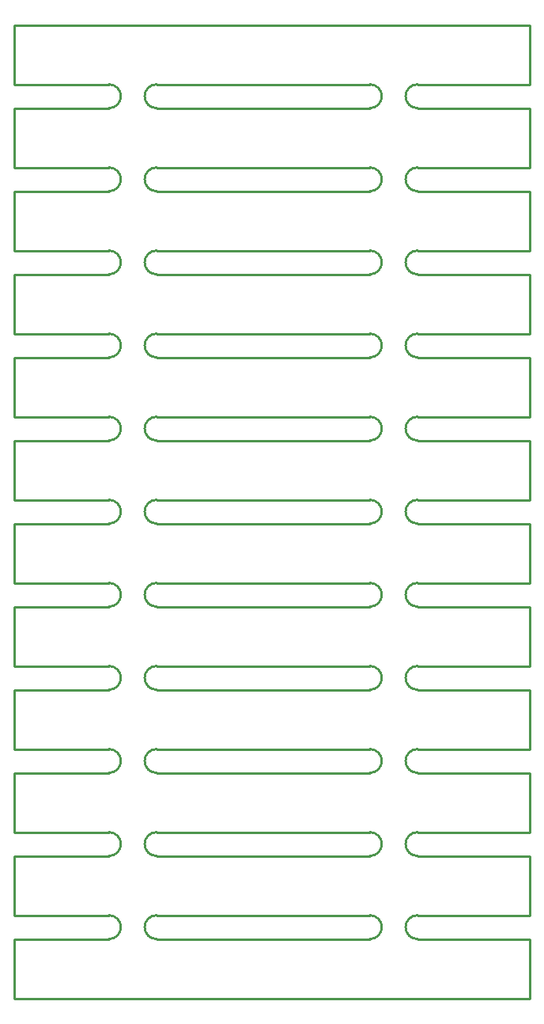
<source format=gbr>
G04 start of page 4 for group 2 idx 2 *
G04 Title: (unknown), outline *
G04 Creator: pcb 20140316 *
G04 CreationDate: Thu 20 Aug 2020 02:40:32 AM GMT UTC *
G04 For: railfan *
G04 Format: Gerber/RS-274X *
G04 PCB-Dimensions (mil): 2400.00 4300.00 *
G04 PCB-Coordinate-Origin: lower left *
%MOIN*%
%FSLAX25Y25*%
%LNOUTLINE*%
%ADD44C,0.0100*%
G54D44*X227500Y140000D02*Y115000D01*
Y175000D02*Y150000D01*
Y210000D02*Y185000D01*
Y245000D02*Y220000D01*
Y280000D02*Y255000D01*
Y315000D02*Y290000D01*
Y350000D02*Y325000D01*
Y385000D02*Y360000D01*
Y420000D02*Y395000D01*
Y185000D02*X180000D01*
X70000D02*X160000D01*
X10000D02*X50000D01*
X160000Y175000D02*X70000D01*
X160000Y210000D02*X70000D01*
Y220000D02*X160000D01*
X180000Y245000D02*X227500D01*
X160000D02*X70000D01*
X50000D02*X10000D01*
Y220000D02*Y245000D01*
X227500Y255000D02*X180000D01*
X70000D02*X160000D01*
X10000D02*X50000D01*
X160000Y280000D02*X70000D01*
Y290000D02*X160000D01*
Y315000D02*X70000D01*
Y325000D02*X160000D01*
X50000Y280000D02*X10000D01*
Y290000D02*X50000D01*
X10000Y255000D02*Y280000D01*
X180000Y210000D02*X227500D01*
Y220000D02*X180000D01*
X50000Y315000D02*X10000D01*
Y290000D02*Y315000D01*
Y325000D02*X50000D01*
X10000D02*Y350000D01*
X50000Y385000D02*X10000D01*
Y395000D02*X50000D01*
X10000Y360000D02*Y385000D01*
X160000Y350000D02*X70000D01*
X50000D02*X10000D01*
X180000Y280000D02*X227500D01*
Y290000D02*X180000D01*
Y315000D02*X227500D01*
Y325000D02*X180000D01*
X227500Y360000D02*X180000D01*
X70000D02*X160000D01*
X10000D02*X50000D01*
X180000Y350000D02*X227500D01*
X180000Y385000D02*X227500D01*
Y395000D02*X180000D01*
X160000Y385000D02*X70000D01*
Y395000D02*X160000D01*
X10000Y420000D02*X227500D01*
X10000Y395000D02*Y420000D01*
X227500Y35000D02*Y10000D01*
X180000Y35000D02*X227500D01*
Y45000D02*X180000D01*
X10000Y10000D02*X227500D01*
X160000Y35000D02*X70000D01*
X50000D02*X10000D01*
Y10000D02*Y35000D01*
X227500Y70000D02*Y45000D01*
Y105000D02*Y80000D01*
X180000Y70000D02*X227500D01*
Y80000D02*X180000D01*
X70000Y45000D02*X160000D01*
X10000D02*X50000D01*
X10000D02*Y70000D01*
X160000D02*X70000D01*
Y80000D02*X160000D01*
Y105000D02*X70000D01*
Y115000D02*X160000D01*
X50000Y70000D02*X10000D01*
Y80000D02*X50000D01*
Y105000D02*X10000D01*
Y115000D02*X50000D01*
X10000Y80000D02*Y105000D01*
Y115000D02*Y140000D01*
Y150000D02*Y175000D01*
X50000D02*X10000D01*
X50000Y210000D02*X10000D01*
Y220000D02*X50000D01*
X10000Y185000D02*Y210000D01*
X180000Y140000D02*X227500D01*
Y150000D02*X180000D01*
X160000Y140000D02*X70000D01*
Y150000D02*X160000D01*
X50000Y140000D02*X10000D01*
Y150000D02*X50000D01*
X180000Y105000D02*X227500D01*
Y115000D02*X180000D01*
Y175000D02*X227500D01*
X165000Y215000D02*G75*G02X160000Y210000I-5000J0D01*G01*
X165000Y215000D02*G75*G03X160000Y220000I-5000J0D01*G01*
X175000Y250000D02*G75*G03X180000Y245000I5000J0D01*G01*
X175000Y250000D02*G75*G02X180000Y255000I5000J0D01*G01*
X165000Y250000D02*G75*G02X160000Y245000I-5000J0D01*G01*
X165000Y250000D02*G75*G03X160000Y255000I-5000J0D01*G01*
X175000Y215000D02*G75*G03X180000Y210000I5000J0D01*G01*
X175000Y215000D02*G75*G02X180000Y220000I5000J0D01*G01*
X175000Y285000D02*G75*G03X180000Y280000I5000J0D01*G01*
X65000Y180000D02*G75*G03X70000Y175000I5000J0D01*G01*
X65000Y180000D02*G75*G02X70000Y185000I5000J0D01*G01*
X65000Y215000D02*G75*G03X70000Y210000I5000J0D01*G01*
X65000Y215000D02*G75*G02X70000Y220000I5000J0D01*G01*
X55000Y215000D02*G75*G02X50000Y210000I-5000J0D01*G01*
X55000Y215000D02*G75*G03X50000Y220000I-5000J0D01*G01*
X55000Y250000D02*G75*G02X50000Y245000I-5000J0D01*G01*
X55000Y250000D02*G75*G03X50000Y255000I-5000J0D01*G01*
X65000Y250000D02*G75*G03X70000Y245000I5000J0D01*G01*
X65000Y250000D02*G75*G02X70000Y255000I5000J0D01*G01*
X65000Y285000D02*G75*G03X70000Y280000I5000J0D01*G01*
X175000Y285000D02*G75*G02X180000Y290000I5000J0D01*G01*
X175000Y320000D02*G75*G03X180000Y315000I5000J0D01*G01*
X175000Y320000D02*G75*G02X180000Y325000I5000J0D01*G01*
X165000Y285000D02*G75*G02X160000Y280000I-5000J0D01*G01*
X165000Y285000D02*G75*G03X160000Y290000I-5000J0D01*G01*
X165000Y320000D02*G75*G02X160000Y315000I-5000J0D01*G01*
X165000Y320000D02*G75*G03X160000Y325000I-5000J0D01*G01*
X165000Y355000D02*G75*G02X160000Y350000I-5000J0D01*G01*
X165000Y355000D02*G75*G03X160000Y360000I-5000J0D01*G01*
X175000Y355000D02*G75*G03X180000Y350000I5000J0D01*G01*
X175000Y355000D02*G75*G02X180000Y360000I5000J0D01*G01*
X175000Y390000D02*G75*G03X180000Y385000I5000J0D01*G01*
X175000Y390000D02*G75*G02X180000Y395000I5000J0D01*G01*
X165000Y390000D02*G75*G02X160000Y385000I-5000J0D01*G01*
X165000Y390000D02*G75*G03X160000Y395000I-5000J0D01*G01*
X65000Y285000D02*G75*G02X70000Y290000I5000J0D01*G01*
X65000Y320000D02*G75*G03X70000Y315000I5000J0D01*G01*
X65000Y320000D02*G75*G02X70000Y325000I5000J0D01*G01*
X55000Y285000D02*G75*G02X50000Y280000I-5000J0D01*G01*
X55000Y285000D02*G75*G03X50000Y290000I-5000J0D01*G01*
X55000Y320000D02*G75*G02X50000Y315000I-5000J0D01*G01*
X55000Y320000D02*G75*G03X50000Y325000I-5000J0D01*G01*
X55000Y355000D02*G75*G02X50000Y350000I-5000J0D01*G01*
X55000Y355000D02*G75*G03X50000Y360000I-5000J0D01*G01*
X65000Y355000D02*G75*G03X70000Y350000I5000J0D01*G01*
X65000Y355000D02*G75*G02X70000Y360000I5000J0D01*G01*
X65000Y390000D02*G75*G03X70000Y385000I5000J0D01*G01*
X65000Y390000D02*G75*G02X70000Y395000I5000J0D01*G01*
X55000Y390000D02*G75*G02X50000Y385000I-5000J0D01*G01*
X55000Y390000D02*G75*G03X50000Y395000I-5000J0D01*G01*
X175000Y40000D02*G75*G03X180000Y35000I5000J0D01*G01*
X175000Y40000D02*G75*G02X180000Y45000I5000J0D01*G01*
X165000Y40000D02*G75*G02X160000Y35000I-5000J0D01*G01*
X165000Y40000D02*G75*G03X160000Y45000I-5000J0D01*G01*
X175000Y75000D02*G75*G03X180000Y70000I5000J0D01*G01*
X175000Y75000D02*G75*G02X180000Y80000I5000J0D01*G01*
X165000Y75000D02*G75*G02X160000Y70000I-5000J0D01*G01*
X65000Y40000D02*G75*G03X70000Y35000I5000J0D01*G01*
X65000Y40000D02*G75*G02X70000Y45000I5000J0D01*G01*
X55000Y40000D02*G75*G02X50000Y35000I-5000J0D01*G01*
X55000Y40000D02*G75*G03X50000Y45000I-5000J0D01*G01*
X65000Y75000D02*G75*G03X70000Y70000I5000J0D01*G01*
X65000Y75000D02*G75*G02X70000Y80000I5000J0D01*G01*
X55000Y75000D02*G75*G02X50000Y70000I-5000J0D01*G01*
X55000Y75000D02*G75*G03X50000Y80000I-5000J0D01*G01*
X55000Y110000D02*G75*G02X50000Y105000I-5000J0D01*G01*
X165000Y75000D02*G75*G03X160000Y80000I-5000J0D01*G01*
X165000Y145000D02*G75*G02X160000Y140000I-5000J0D01*G01*
X165000Y145000D02*G75*G03X160000Y150000I-5000J0D01*G01*
X165000Y180000D02*G75*G02X160000Y175000I-5000J0D01*G01*
X165000Y180000D02*G75*G03X160000Y185000I-5000J0D01*G01*
X175000Y110000D02*G75*G03X180000Y105000I5000J0D01*G01*
X175000Y110000D02*G75*G02X180000Y115000I5000J0D01*G01*
X165000Y110000D02*G75*G02X160000Y105000I-5000J0D01*G01*
X165000Y110000D02*G75*G03X160000Y115000I-5000J0D01*G01*
X175000Y145000D02*G75*G03X180000Y140000I5000J0D01*G01*
X175000Y145000D02*G75*G02X180000Y150000I5000J0D01*G01*
X175000Y180000D02*G75*G03X180000Y175000I5000J0D01*G01*
X175000Y180000D02*G75*G02X180000Y185000I5000J0D01*G01*
X65000Y110000D02*G75*G03X70000Y105000I5000J0D01*G01*
X65000Y110000D02*G75*G02X70000Y115000I5000J0D01*G01*
X65000Y145000D02*G75*G03X70000Y140000I5000J0D01*G01*
X65000Y145000D02*G75*G02X70000Y150000I5000J0D01*G01*
X55000Y110000D02*G75*G03X50000Y115000I-5000J0D01*G01*
X55000Y145000D02*G75*G02X50000Y140000I-5000J0D01*G01*
X55000Y145000D02*G75*G03X50000Y150000I-5000J0D01*G01*
X55000Y180000D02*G75*G02X50000Y175000I-5000J0D01*G01*
X55000Y180000D02*G75*G03X50000Y185000I-5000J0D01*G01*
M02*

</source>
